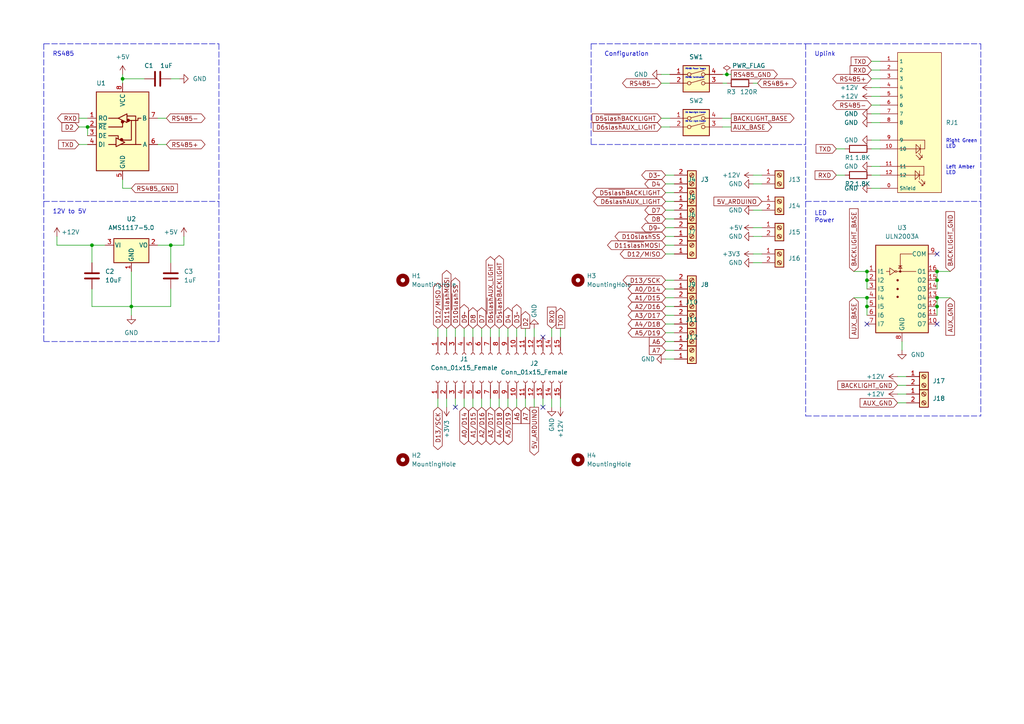
<source format=kicad_sch>
(kicad_sch (version 20211123) (generator eeschema)
  (paper "A4")
  (title_block (title "Nano Shield") (date "2022-09-07") (rev "1") (company "Maciej Swic"))
  (lib_symbols
    (symbol "A10:MAX487"
      (property "Reference" "U" (at -7.62 12.7 0))
      (symbol "MAX487_0_1"
        (rectangle (start -7.62 11.43) (end 7.62 -11.43) (stroke (width 0.254)) (fill (type background)))
        (circle (center -0.3048 -2.413) (radius 0.3556) (stroke (width 0.254)) (fill (type outline)))
        (circle (center -0.0254 2.7686) (radius 0.3556) (stroke (width 0.254)) (fill (type outline)))
        (polyline (pts (xy -4.064 -3.81) (xy -1.905 -3.81)) (stroke (width 0.254)))
        (polyline (pts (xy -4.064 3.81) (xy -1.27 3.81)) (stroke (width 0.254)))
        (polyline (pts (xy -1.27 -1.9304) (xy -1.27 -2.1844)) (stroke (width 0.254)))
        (polyline (pts (xy -0.635 -3.81) (xy 5.334 -3.81)) (stroke (width 0.254)))
        (polyline (pts (xy -4.064 -1.27) (xy -1.27 -1.27) (xy -1.27 -1.905)) (stroke (width 0.254)))
        (polyline (pts (xy 0 2.54) (xy 0 1.27) (xy -4.064 1.27)) (stroke (width 0.254)))
        (polyline (pts (xy 1.27 4.445) (xy 3.81 4.445) (xy 3.81 -3.81)) (stroke (width 0.254)))
        (polyline (pts (xy 2.54 3.175) (xy 2.54 -2.54) (xy 0 -2.54)) (stroke (width 0.254)))
        (polyline (pts (xy -1.905 -1.905) (xy -1.905 -4.445) (xy 0.635 -3.175) (xy -1.905 -1.905)) (stroke (width 0.254)))
        (polyline (pts (xy -1.27 3.81) (xy 1.27 5.08) (xy 1.27 2.54) (xy -1.27 3.81)) (stroke (width 0.254)))
        (polyline (pts (xy 1.905 3.175) (xy 4.445 3.175) (xy 4.445 3.81) (xy 5.334 3.81)) (stroke (width 0.254)))
        (rectangle (start 1.27 4.445) (end 1.27 4.445))
        (circle (center 1.651 3.175) (radius 0.3556) (stroke (width 0.254)) (fill (type outline)))
      )
      (symbol "MAX487_1_1"
        (pin output line (at -10.16 3.81 0) (length 2.54) (name "RO") (number "1"))
        (pin input line (at -10.16 1.27 0) (length 2.54) (name "~{RE}") (number "2"))
        (pin input line (at -10.16 -1.27 0) (length 2.54) (name "DE") (number "3"))
        (pin input line (at -10.16 -3.81 0) (length 2.54) (name "DI") (number "4"))
        (pin power_in line (at 0 -13.97 90) (length 2.54) (name "GND") (number "5"))
        (pin bidirectional line (at 10.16 -3.81 180) (length 2.54) (name "A") (number "6"))
        (pin bidirectional line (at 10.16 3.81 180) (length 2.54) (name "B") (number "7"))
        (pin power_in line (at 0 13.97 270) (length 2.54) (name "VCC") (number "8"))
      )
    )
    (symbol "A10:RJ45-B-1*1"
      (property "Reference" "RJ1" (at 7.62 0.0001 0))
      (symbol "RJ45-B-1*1_1_0"
        (rectangle (start -6.35 20.32) (end 6.35 -20.32) (fill (type background)))
        (polyline (pts (xy -6.35 -15.24) (xy -5.08 -15.24)))
        (polyline (pts (xy -6.35 -12.7) (xy -5.08 -12.7)))
        (polyline (pts (xy -6.096 -7.62) (xy -4.826 -7.62)))
        (polyline (pts (xy -6.096 -5.08) (xy -4.826 -5.08)))
        (polyline (pts (xy -5.08 -15.24) (xy 1.27 -15.24)))
        (polyline (pts (xy -4.826 -7.62) (xy 1.524 -7.62)))
        (polyline (pts (xy -1.27 -16.51) (xy 0 -15.24)))
        (polyline (pts (xy -1.27 -13.97) (xy -1.27 -16.51)))
        (polyline (pts (xy -1.016 -9.398) (xy 0.254 -10.668)))
        (polyline (pts (xy -1.016 -8.89) (xy 0.254 -7.62)))
        (polyline (pts (xy -1.016 -6.35) (xy -1.016 -8.89)))
        (polyline (pts (xy -0.254 -17.018) (xy 1.016 -18.288)))
        (polyline (pts (xy -0.254 -8.89) (xy 0.762 -10.16)))
        (polyline (pts (xy 0 -15.24) (xy -1.27 -13.97)))
        (polyline (pts (xy 0 -13.97) (xy 0 -16.51)))
        (polyline (pts (xy 0.254 -10.668) (xy -0.254 -10.668)))
        (polyline (pts (xy 0.254 -10.668) (xy 0.254 -10.16)))
        (polyline (pts (xy 0.254 -7.62) (xy -1.016 -6.35)))
        (polyline (pts (xy 0.254 -6.35) (xy 0.254 -8.89)))
        (polyline (pts (xy 0.508 -16.51) (xy 1.524 -17.78)))
        (polyline (pts (xy 0.762 -10.16) (xy 0.254 -10.16)))
        (polyline (pts (xy 0.762 -10.16) (xy 0.762 -9.398)))
        (polyline (pts (xy 1.016 -18.288) (xy 0.508 -18.288)))
        (polyline (pts (xy 1.016 -18.288) (xy 1.016 -17.78)))
        (polyline (pts (xy 1.27 -15.24) (xy 1.27 -12.7)))
        (polyline (pts (xy 1.27 -12.7) (xy -5.08 -12.7)))
        (polyline (pts (xy 1.524 -17.78) (xy 1.016 -17.78)))
        (polyline (pts (xy 1.524 -17.78) (xy 1.524 -17.018)))
        (polyline (pts (xy 1.524 -7.62) (xy 1.524 -5.08)))
        (polyline (pts (xy 1.524 -5.08) (xy -4.826 -5.08)))
        (pin passive line (at -11.43 -19.05 0) (length 5.08) (name "Shield") (number "0"))
        (pin output line (at -11.43 17.78 0) (length 5.08) (name "1") (number "1"))
        (pin input line (at -11.43 -7.62 0) (length 5.08) (name "10") (number "10"))
        (pin power_in line (at -11.43 -12.7 0) (length 5.08) (name "11") (number "11"))
        (pin input line (at -11.43 -15.24 0) (length 5.08) (name "12") (number "12"))
        (pin output line (at -11.43 15.24 0) (length 5.08) (name "2") (number "2"))
        (pin bidirectional line (at -11.43 12.7 0) (length 5.08) (name "3") (number "3"))
        (pin passive line (at -11.43 10.16 0) (length 5.08) (name "4") (number "4"))
        (pin passive line (at -11.43 7.62 0) (length 5.08) (name "5") (number "5"))
        (pin bidirectional line (at -11.43 5.08 0) (length 5.08) (name "6") (number "6"))
        (pin passive line (at -11.43 2.54 0) (length 5.08) (name "7") (number "7"))
        (pin passive line (at -11.43 0 0) (length 5.08) (name "8") (number "8"))
        (pin power_in line (at -11.43 -5.08 0) (length 5.08) (name "9") (number "9"))
      )
    )
    (symbol "Connector:Conn_01x15_Female" (pin_names (offset 1.016) hide)
      (property "Reference" "J" (at 0 20.32 0))
      (property "Value" "Conn_01x15_Female" (at 0 -20.32 0))
      (symbol "Conn_01x15_Female_1_1"
        (arc (start 0 -17.272) (mid -0.508 -17.78) (end 0 -18.288) (stroke (width 0.1524)))
        (arc (start 0 -14.732) (mid -0.508 -15.24) (end 0 -15.748) (stroke (width 0.1524)))
        (arc (start 0 -12.192) (mid -0.508 -12.7) (end 0 -13.208) (stroke (width 0.1524)))
        (arc (start 0 -9.652) (mid -0.508 -10.16) (end 0 -10.668) (stroke (width 0.1524)))
        (arc (start 0 -7.112) (mid -0.508 -7.62) (end 0 -8.128) (stroke (width 0.1524)))
        (arc (start 0 -4.572) (mid -0.508 -5.08) (end 0 -5.588) (stroke (width 0.1524)))
        (arc (start 0 -2.032) (mid -0.508 -2.54) (end 0 -3.048) (stroke (width 0.1524)))
        (polyline (pts (xy -1.27 -17.78) (xy -0.508 -17.78)) (stroke (width 0.1524)))
        (polyline (pts (xy -1.27 -15.24) (xy -0.508 -15.24)) (stroke (width 0.1524)))
        (polyline (pts (xy -1.27 -12.7) (xy -0.508 -12.7)) (stroke (width 0.1524)))
        (polyline (pts (xy -1.27 -10.16) (xy -0.508 -10.16)) (stroke (width 0.1524)))
        (polyline (pts (xy -1.27 -7.62) (xy -0.508 -7.62)) (stroke (width 0.1524)))
        (polyline (pts (xy -1.27 -5.08) (xy -0.508 -5.08)) (stroke (width 0.1524)))
        (polyline (pts (xy -1.27 -2.54) (xy -0.508 -2.54)) (stroke (width 0.1524)))
        (polyline (pts (xy -1.27 0) (xy -0.508 0)) (stroke (width 0.1524)))
        (polyline (pts (xy -1.27 2.54) (xy -0.508 2.54)) (stroke (width 0.1524)))
        (polyline (pts (xy -1.27 5.08) (xy -0.508 5.08)) (stroke (width 0.1524)))
        (polyline (pts (xy -1.27 7.62) (xy -0.508 7.62)) (stroke (width 0.1524)))
        (polyline (pts (xy -1.27 10.16) (xy -0.508 10.16)) (stroke (width 0.1524)))
        (polyline (pts (xy -1.27 12.7) (xy -0.508 12.7)) (stroke (width 0.1524)))
        (polyline (pts (xy -1.27 15.24) (xy -0.508 15.24)) (stroke (width 0.1524)))
        (polyline (pts (xy -1.27 17.78) (xy -0.508 17.78)) (stroke (width 0.1524)))
        (arc (start 0 0.508) (mid -0.508 0) (end 0 -0.508) (stroke (width 0.1524)))
        (arc (start 0 3.048) (mid -0.508 2.54) (end 0 2.032) (stroke (width 0.1524)))
        (arc (start 0 5.588) (mid -0.508 5.08) (end 0 4.572) (stroke (width 0.1524)))
        (arc (start 0 8.128) (mid -0.508 7.62) (end 0 7.112) (stroke (width 0.1524)))
        (arc (start 0 10.668) (mid -0.508 10.16) (end 0 9.652) (stroke (width 0.1524)))
        (arc (start 0 13.208) (mid -0.508 12.7) (end 0 12.192) (stroke (width 0.1524)))
        (arc (start 0 15.748) (mid -0.508 15.24) (end 0 14.732) (stroke (width 0.1524)))
        (arc (start 0 18.288) (mid -0.508 17.78) (end 0 17.272) (stroke (width 0.1524)))
        (pin passive line (at -5.08 17.78 0) (length 3.81) (name "Pin_1") (number "1"))
        (pin passive line (at -5.08 -5.08 0) (length 3.81) (name "Pin_10") (number "10"))
        (pin passive line (at -5.08 -7.62 0) (length 3.81) (name "Pin_11") (number "11"))
        (pin passive line (at -5.08 -10.16 0) (length 3.81) (name "Pin_12") (number "12"))
        (pin passive line (at -5.08 -12.7 0) (length 3.81) (name "Pin_13") (number "13"))
        (pin passive line (at -5.08 -15.24 0) (length 3.81) (name "Pin_14") (number "14"))
        (pin passive line (at -5.08 -17.78 0) (length 3.81) (name "Pin_15") (number "15"))
        (pin passive line (at -5.08 15.24 0) (length 3.81) (name "Pin_2") (number "2"))
        (pin passive line (at -5.08 12.7 0) (length 3.81) (name "Pin_3") (number "3"))
        (pin passive line (at -5.08 10.16 0) (length 3.81) (name "Pin_4") (number "4"))
        (pin passive line (at -5.08 7.62 0) (length 3.81) (name "Pin_5") (number "5"))
        (pin passive line (at -5.08 5.08 0) (length 3.81) (name "Pin_6") (number "6"))
        (pin passive line (at -5.08 2.54 0) (length 3.81) (name "Pin_7") (number "7"))
        (pin passive line (at -5.08 0 0) (length 3.81) (name "Pin_8") (number "8"))
        (pin passive line (at -5.08 -2.54 0) (length 3.81) (name "Pin_9") (number "9"))
      )
    )
    (symbol "Connector:Screw_Terminal_01x02" (pin_names (offset 1.016) hide)
      (property "Reference" "J" (at 0 2.54 0))
      (property "Value" "Screw_Terminal_01x02" (at 0 -5.08 0))
      (symbol "Screw_Terminal_01x02_1_1"
        (rectangle (start -1.27 1.27) (end 1.27 -3.81) (stroke (width 0.254)) (fill (type background)))
        (circle (center 0 -2.54) (radius 0.635) (stroke (width 0.1524)))
        (polyline (pts (xy -0.5334 -2.2098) (xy 0.3302 -3.048)) (stroke (width 0.1524)))
        (polyline (pts (xy -0.5334 0.3302) (xy 0.3302 -0.508)) (stroke (width 0.1524)))
        (polyline (pts (xy -0.3556 -2.032) (xy 0.508 -2.8702)) (stroke (width 0.1524)))
        (polyline (pts (xy -0.3556 0.508) (xy 0.508 -0.3302)) (stroke (width 0.1524)))
        (circle (center 0 0) (radius 0.635) (stroke (width 0.1524)))
        (pin passive line (at -5.08 0 0) (length 3.81) (name "Pin_1") (number "1"))
        (pin passive line (at -5.08 -2.54 0) (length 3.81) (name "Pin_2") (number "2"))
      )
    )
    (symbol "Device:C" (pin_numbers hide) (pin_names (offset 0.254))
      (property "Reference" "C" (at 0.635 2.54 0))
      (property "Value" "C" (at 0.635 -2.54 0))
      (symbol "C_0_1"
        (polyline (pts (xy -2.032 -0.762) (xy 2.032 -0.762)) (stroke (width 0.508)))
        (polyline (pts (xy -2.032 0.762) (xy 2.032 0.762)) (stroke (width 0.508)))
      )
      (symbol "C_1_1"
        (pin passive line (at 0 3.81 270) (length 2.794) (name "~") (number "1"))
        (pin passive line (at 0 -3.81 90) (length 2.794) (name "~") (number "2"))
      )
    )
    (symbol "Device:R" (pin_numbers hide) (pin_names (offset 0))
      (property "Reference" "R" (at 2.032 0 90))
      (property "Value" "R" (at 0 0 90))
      (symbol "R_0_1"
        (rectangle (start -1.016 -2.54) (end 1.016 2.54) (stroke (width 0.254)))
      )
      (symbol "R_1_1"
        (pin passive line (at 0 3.81 270) (length 1.27) (name "~") (number "1"))
        (pin passive line (at 0 -3.81 90) (length 1.27) (name "~") (number "2"))
      )
    )
    (symbol "Mechanical:MountingHole" (pin_names (offset 1.016))
      (property "Reference" "H" (at 0 5.08 0))
      (property "Value" "MountingHole" (at 0 3.175 0))
      (symbol "MountingHole_0_1"
        (circle (center 0 0) (radius 1.27) (stroke (width 1.27)))
      )
    )
    (symbol "Regulator_Linear:AMS1117-5.0" (pin_names (offset 0.254))
      (property "Reference" "U" (at -3.81 3.175 0))
      (property "Value" "AMS1117-5.0" (at 0 3.175 0))
      (symbol "AMS1117-5.0_0_1"
        (rectangle (start -5.08 -5.08) (end 5.08 1.905) (stroke (width 0.254)) (fill (type background)))
      )
      (symbol "AMS1117-5.0_1_1"
        (pin power_in line (at 0 -7.62 90) (length 2.54) (name "GND") (number "1"))
        (pin power_out line (at 7.62 0 180) (length 2.54) (name "VO") (number "2"))
        (pin power_in line (at -7.62 0 0) (length 2.54) (name "VI") (number "3"))
      )
    )
    (symbol "Switch:SW_DIP_x02" (pin_names (offset 0) hide)
      (property "Reference" "SW" (at 0 6.35 0))
      (property "Value" "SW_DIP_x02" (at 0 -3.81 0))
      (symbol "SW_DIP_x02_0_0"
        (circle (center -2.032 0) (radius 0.508))
        (circle (center -2.032 2.54) (radius 0.508))
        (polyline (pts (xy -1.524 0.127) (xy 2.3622 1.1684)))
        (polyline (pts (xy -1.524 2.667) (xy 2.3622 3.7084)))
        (circle (center 2.032 0) (radius 0.508))
        (circle (center 2.032 2.54) (radius 0.508))
      )
      (symbol "SW_DIP_x02_0_1"
        (rectangle (start -3.81 5.08) (end 3.81 -2.54) (stroke (width 0.254)) (fill (type background)))
      )
      (symbol "SW_DIP_x02_1_1"
        (pin passive line (at -7.62 2.54 0) (length 5.08) (name "~") (number "1"))
        (pin passive line (at -7.62 0 0) (length 5.08) (name "~") (number "2"))
        (pin passive line (at 7.62 0 180) (length 5.08) (name "~") (number "3"))
        (pin passive line (at 7.62 2.54 180) (length 5.08) (name "~") (number "4"))
      )
    )
    (symbol "Transistor_Array:ULN2003A"
      (property "Reference" "U" (at 0 15.875 0))
      (property "Value" "ULN2003A" (at 0 13.97 0))
      (symbol "ULN2003A_0_1"
        (rectangle (start -7.62 -12.7) (end 7.62 12.7) (stroke (width 0.254)) (fill (type background)))
        (circle (center -1.778 5.08) (radius 0.254))
        (circle (center -1.27 -2.286) (radius 0.254) (fill (type outline)))
        (circle (center -1.27 0) (radius 0.254) (fill (type outline)))
        (circle (center -1.27 2.54) (radius 0.254) (fill (type outline)))
        (circle (center -0.508 5.08) (radius 0.254) (fill (type outline)))
        (polyline (pts (xy -4.572 5.08) (xy -3.556 5.08)))
        (polyline (pts (xy -1.524 5.08) (xy 4.064 5.08)))
        (polyline (pts (xy 0 6.731) (xy -1.016 6.731)))
        (polyline (pts (xy -0.508 5.08) (xy -0.508 10.16) (xy 2.921 10.16)))
        (polyline (pts (xy -3.556 6.096) (xy -3.556 4.064) (xy -2.032 5.08) (xy -3.556 6.096)))
        (polyline (pts (xy 0 5.969) (xy -1.016 5.969) (xy -0.508 6.731) (xy 0 5.969)))
      )
      (symbol "ULN2003A_1_1"
        (pin input line (at -10.16 5.08 0) (length 2.54) (name "I1") (number "1"))
        (pin open_collector line (at 10.16 -10.16 180) (length 2.54) (name "O7") (number "10"))
        (pin open_collector line (at 10.16 -7.62 180) (length 2.54) (name "O6") (number "11"))
        (pin open_collector line (at 10.16 -5.08 180) (length 2.54) (name "O5") (number "12"))
        (pin open_collector line (at 10.16 -2.54 180) (length 2.54) (name "O4") (number "13"))
        (pin open_collector line (at 10.16 0 180) (length 2.54) (name "O3") (number "14"))
        (pin open_collector line (at 10.16 2.54 180) (length 2.54) (name "O2") (number "15"))
        (pin open_collector line (at 10.16 5.08 180) (length 2.54) (name "O1") (number "16"))
        (pin input line (at -10.16 2.54 0) (length 2.54) (name "I2") (number "2"))
        (pin input line (at -10.16 0 0) (length 2.54) (name "I3") (number "3"))
        (pin input line (at -10.16 -2.54 0) (length 2.54) (name "I4") (number "4"))
        (pin input line (at -10.16 -5.08 0) (length 2.54) (name "I5") (number "5"))
        (pin input line (at -10.16 -7.62 0) (length 2.54) (name "I6") (number "6"))
        (pin input line (at -10.16 -10.16 0) (length 2.54) (name "I7") (number "7"))
        (pin power_in line (at 0 -15.24 90) (length 2.54) (name "GND") (number "8"))
        (pin passive line (at 10.16 10.16 180) (length 2.54) (name "COM") (number "9"))
      )
    )
    (symbol "power:+12V" (power) (pin_names (offset 0))
      (property "Value" "+12V" (at 0 3.556 0))
      (symbol "+12V_0_1"
        (polyline (pts (xy -0.762 1.27) (xy 0 2.54)))
        (polyline (pts (xy 0 0) (xy 0 2.54)))
        (polyline (pts (xy 0 2.54) (xy 0.762 1.27)))
      )
      (symbol "+12V_1_1"
        (pin power_in line (at 0 0 90) (length 0) hide (name "+12V") (number "1"))
      )
    )
    (symbol "power:+3V3" (power) (pin_names (offset 0))
      (property "Value" "+3V3" (at 0 3.556 0))
      (symbol "+3V3_0_1"
        (polyline (pts (xy -0.762 1.27) (xy 0 2.54)))
        (polyline (pts (xy 0 0) (xy 0 2.54)))
        (polyline (pts (xy 0 2.54) (xy 0.762 1.27)))
      )
      (symbol "+3V3_1_1"
        (pin power_in line (at 0 0 90) (length 0) hide (name "+3V3") (number "1"))
      )
    )
    (symbol "power:+5V" (power) (pin_names (offset 0))
      (property "Value" "+5V" (at 0 3.556 0))
      (symbol "+5V_0_1"
        (polyline (pts (xy -0.762 1.27) (xy 0 2.54)))
        (polyline (pts (xy 0 0) (xy 0 2.54)))
        (polyline (pts (xy 0 2.54) (xy 0.762 1.27)))
      )
      (symbol "+5V_1_1"
        (pin power_in line (at 0 0 90) (length 0) hide (name "+5V") (number "1"))
      )
    )
    (symbol "power:GND" (power) (pin_names (offset 0))
      (property "Value" "GND" (at 0 -3.81 0))
      (symbol "GND_0_1"
        (polyline (pts (xy 0 0) (xy 0 -1.27) (xy 1.27 -1.27) (xy 0 -2.54) (xy -1.27 -1.27) (xy 0 -1.27)))
      )
      (symbol "GND_1_1"
        (pin power_in line (at 0 0 270) (length 0) hide (name "GND") (number "1"))
      )
    )
    (symbol "power:PWR_FLAG" (power) (pin_numbers hide) (pin_names (offset 0) hide)
      (property "Value" "PWR_FLAG" (at 0 3.81 0))
      (symbol "PWR_FLAG_0_0"
        (pin power_out line (at 0 0 90) (length 0) (name "pwr") (number "1"))
      )
      (symbol "PWR_FLAG_0_1"
        (polyline (pts (xy 0 0) (xy 0 1.27) (xy -1.016 1.905) (xy 0 2.54) (xy 1.016 1.905) (xy 0 1.27)))
      )
    )
  )
  (junction (at 251.46 86.36))
  (junction (at 35.56 22.86))
  (junction (at 271.78 88.9))
  (junction (at 271.78 81.28))
  (junction (at 210.82 21.59))
  (junction (at 26.67 71.12))
  (junction (at 251.46 81.28))
  (junction (at 271.78 86.36))
  (junction (at 251.46 88.9))
  (junction (at 25.4 36.83))
  (junction (at 251.46 78.74))
  (junction (at 38.1 88.9))
  (junction (at 271.78 78.74))
  (junction (at 49.53 71.12))
  (no_connect (at 271.78 93.98))
  (no_connect (at 132.08 118.11))
  (no_connect (at 251.46 93.98))
  (no_connect (at 157.48 97.79))
  (no_connect (at 271.78 73.66))
  (no_connect (at 157.48 118.11))
  (polyline (pts (xy 233.68 12.7) (xy 284.48 12.7)))
  (wire (pts (xy 252.73 43.18) (xy 255.27 43.18)))
  (wire (pts (xy 209.55 36.83) (xy 212.09 36.83)))
  (wire (pts (xy 45.72 71.12) (xy 49.53 71.12)))
  (wire (pts (xy 251.46 88.9) (xy 251.46 91.44)))
  (wire (pts (xy 26.67 88.9) (xy 26.67 83.82)))
  (wire (pts (xy 45.72 41.91) (xy 48.26 41.91)))
  (wire (pts (xy 134.62 95.25) (xy 134.62 97.79)))
  (wire (pts (xy 251.46 81.28) (xy 251.46 83.82)))
  (polyline (pts (xy 171.45 12.7) (xy 171.45 41.91)))
  (wire (pts (xy 157.48 118.11) (xy 157.48 115.57)))
  (polyline (pts (xy 12.7 12.7) (xy 12.7 58.42)))
  (wire (pts (xy 210.82 21.59) (xy 212.09 21.59)))
  (wire (pts (xy 252.73 22.86) (xy 255.27 22.86)))
  (wire (pts (xy 193.04 63.5) (xy 195.58 63.5)))
  (wire (pts (xy 193.04 99.06) (xy 195.58 99.06)))
  (wire (pts (xy 49.53 71.12) (xy 49.53 76.2)))
  (wire (pts (xy 218.44 60.96) (xy 220.98 60.96)))
  (wire (pts (xy 25.4 36.83) (xy 25.4 39.37)))
  (wire (pts (xy 137.16 95.25) (xy 137.16 97.79)))
  (wire (pts (xy 193.04 91.44) (xy 195.58 91.44)))
  (wire (pts (xy 142.24 95.25) (xy 142.24 97.79)))
  (wire (pts (xy 127 118.11) (xy 127 115.57)))
  (wire (pts (xy 160.02 95.25) (xy 160.02 97.79)))
  (wire (pts (xy 139.7 118.11) (xy 139.7 115.57)))
  (wire (pts (xy 193.04 88.9) (xy 195.58 88.9)))
  (wire (pts (xy 193.04 55.88) (xy 195.58 55.88)))
  (wire (pts (xy 152.4 95.25) (xy 152.4 97.79)))
  (wire (pts (xy 53.34 68.58) (xy 53.34 71.12)))
  (wire (pts (xy 247.65 86.36) (xy 251.46 86.36)))
  (wire (pts (xy 260.35 111.76) (xy 262.89 111.76)))
  (polyline (pts (xy 233.68 12.7) (xy 233.68 58.42)))
  (wire (pts (xy 35.56 52.07) (xy 35.56 54.61)))
  (wire (pts (xy 35.56 22.86) (xy 41.91 22.86)))
  (wire (pts (xy 22.86 41.91) (xy 25.4 41.91)))
  (wire (pts (xy 193.04 71.12) (xy 195.58 71.12)))
  (polyline (pts (xy 12.7 12.7) (xy 63.5 12.7)))
  (wire (pts (xy 218.44 73.66) (xy 220.98 73.66)))
  (wire (pts (xy 260.35 109.22) (xy 262.89 109.22)))
  (wire (pts (xy 275.59 86.36) (xy 271.78 86.36)))
  (wire (pts (xy 261.62 99.06) (xy 261.62 101.6)))
  (wire (pts (xy 218.44 66.04) (xy 220.98 66.04)))
  (polyline (pts (xy 171.45 41.91) (xy 233.68 41.91)))
  (wire (pts (xy 154.94 118.11) (xy 154.94 115.57)))
  (wire (pts (xy 149.86 118.11) (xy 149.86 115.57)))
  (polyline (pts (xy 233.68 58.42) (xy 233.68 120.65)))
  (wire (pts (xy 16.51 68.58) (xy 16.51 71.12)))
  (wire (pts (xy 26.67 71.12) (xy 30.48 71.12)))
  (wire (pts (xy 252.73 27.94) (xy 255.27 27.94)))
  (wire (pts (xy 193.04 86.36) (xy 195.58 86.36)))
  (wire (pts (xy 193.04 58.42) (xy 195.58 58.42)))
  (wire (pts (xy 49.53 71.12) (xy 53.34 71.12)))
  (polyline (pts (xy 63.5 58.42) (xy 63.5 99.06)))
  (wire (pts (xy 218.44 53.34) (xy 220.98 53.34)))
  (wire (pts (xy 193.04 101.6) (xy 195.58 101.6)))
  (wire (pts (xy 38.1 88.9) (xy 38.1 91.44)))
  (wire (pts (xy 134.62 118.11) (xy 134.62 115.57)))
  (wire (pts (xy 139.7 95.25) (xy 139.7 97.79)))
  (wire (pts (xy 252.73 54.61) (xy 255.27 54.61)))
  (wire (pts (xy 193.04 53.34) (xy 195.58 53.34)))
  (wire (pts (xy 22.86 34.29) (xy 25.4 34.29)))
  (wire (pts (xy 252.73 40.64) (xy 255.27 40.64)))
  (wire (pts (xy 191.77 36.83) (xy 194.31 36.83)))
  (wire (pts (xy 149.86 95.25) (xy 149.86 97.79)))
  (wire (pts (xy 193.04 66.04) (xy 195.58 66.04)))
  (wire (pts (xy 162.56 118.11) (xy 162.56 115.57)))
  (wire (pts (xy 193.04 50.8) (xy 195.58 50.8)))
  (wire (pts (xy 49.53 88.9) (xy 49.53 83.82)))
  (wire (pts (xy 271.78 88.9) (xy 271.78 91.44)))
  (wire (pts (xy 127 95.25) (xy 127 97.79)))
  (wire (pts (xy 218.44 76.2) (xy 220.98 76.2)))
  (wire (pts (xy 152.4 118.11) (xy 152.4 115.57)))
  (wire (pts (xy 271.78 86.36) (xy 271.78 88.9)))
  (wire (pts (xy 271.78 78.74) (xy 271.78 81.28)))
  (polyline (pts (xy 12.7 58.42) (xy 12.7 99.06)))
  (wire (pts (xy 45.72 34.29) (xy 48.26 34.29)))
  (wire (pts (xy 49.53 22.86) (xy 52.07 22.86)))
  (wire (pts (xy 193.04 104.14) (xy 195.58 104.14)))
  (wire (pts (xy 275.59 78.74) (xy 271.78 78.74)))
  (wire (pts (xy 129.54 95.25) (xy 129.54 97.79)))
  (wire (pts (xy 142.24 118.11) (xy 142.24 115.57)))
  (wire (pts (xy 35.56 22.86) (xy 35.56 24.13)))
  (wire (pts (xy 193.04 68.58) (xy 195.58 68.58)))
  (wire (pts (xy 191.77 34.29) (xy 194.31 34.29)))
  (polyline (pts (xy 12.7 99.06) (xy 63.5 99.06)))
  (wire (pts (xy 193.04 60.96) (xy 195.58 60.96)))
  (wire (pts (xy 137.16 118.11) (xy 137.16 115.57)))
  (polyline (pts (xy 63.5 12.7) (xy 63.5 58.42)))
  (wire (pts (xy 242.57 43.18) (xy 245.11 43.18)))
  (wire (pts (xy 252.73 20.32) (xy 255.27 20.32)))
  (wire (pts (xy 252.73 30.48) (xy 255.27 30.48)))
  (wire (pts (xy 193.04 83.82) (xy 195.58 83.82)))
  (wire (pts (xy 144.78 95.25) (xy 144.78 97.79)))
  (wire (pts (xy 193.04 81.28) (xy 195.58 81.28)))
  (wire (pts (xy 38.1 78.74) (xy 38.1 88.9)))
  (wire (pts (xy 26.67 88.9) (xy 38.1 88.9)))
  (wire (pts (xy 252.73 17.78) (xy 255.27 17.78)))
  (wire (pts (xy 22.86 36.83) (xy 25.4 36.83)))
  (wire (pts (xy 251.46 78.74) (xy 251.46 81.28)))
  (wire (pts (xy 242.57 50.8) (xy 245.11 50.8)))
  (wire (pts (xy 147.32 95.25) (xy 147.32 97.79)))
  (wire (pts (xy 209.55 34.29) (xy 212.09 34.29)))
  (wire (pts (xy 247.65 78.74) (xy 251.46 78.74)))
  (wire (pts (xy 260.35 114.3) (xy 262.89 114.3)))
  (wire (pts (xy 193.04 73.66) (xy 195.58 73.66)))
  (wire (pts (xy 252.73 35.56) (xy 255.27 35.56)))
  (wire (pts (xy 154.94 95.25) (xy 154.94 97.79)))
  (polyline (pts (xy 233.68 120.65) (xy 284.48 120.65)))
  (wire (pts (xy 209.55 24.13) (xy 210.82 24.13)))
  (wire (pts (xy 129.54 118.11) (xy 129.54 115.57)))
  (wire (pts (xy 252.73 33.02) (xy 255.27 33.02)))
  (wire (pts (xy 35.56 54.61) (xy 38.1 54.61)))
  (wire (pts (xy 132.08 95.25) (xy 132.08 97.79)))
  (wire (pts (xy 147.32 118.11) (xy 147.32 115.57)))
  (polyline (pts (xy 171.45 12.7) (xy 233.68 12.7)))
  (wire (pts (xy 252.73 25.4) (xy 255.27 25.4)))
  (wire (pts (xy 162.56 95.25) (xy 162.56 97.79)))
  (polyline (pts (xy 284.48 58.42) (xy 284.48 120.65)))
  (polyline (pts (xy 233.68 58.42) (xy 284.48 58.42)))
  (wire (pts (xy 251.46 86.36) (xy 251.46 88.9)))
  (wire (pts (xy 219.71 24.13) (xy 218.44 24.13)))
  (wire (pts (xy 38.1 88.9) (xy 49.53 88.9)))
  (wire (pts (xy 144.78 118.11) (xy 144.78 115.57)))
  (wire (pts (xy 218.44 68.58) (xy 220.98 68.58)))
  (wire (pts (xy 132.08 118.11) (xy 132.08 115.57)))
  (wire (pts (xy 191.77 21.59) (xy 194.31 21.59)))
  (wire (pts (xy 160.02 118.11) (xy 160.02 115.57)))
  (wire (pts (xy 252.73 48.26) (xy 255.27 48.26)))
  (wire (pts (xy 209.55 21.59) (xy 210.82 21.59)))
  (wire (pts (xy 271.78 81.28) (xy 271.78 83.82)))
  (wire (pts (xy 16.51 71.12) (xy 26.67 71.12)))
  (wire (pts (xy 260.35 116.84) (xy 262.89 116.84)))
  (polyline (pts (xy 12.7 58.42) (xy 63.5 58.42)))
  (wire (pts (xy 193.04 96.52) (xy 195.58 96.52)))
  (wire (pts (xy 26.67 71.12) (xy 26.67 76.2)))
  (polyline (pts (xy 284.48 12.7) (xy 284.48 58.42)))
  (wire (pts (xy 193.04 93.98) (xy 195.58 93.98)))
  (wire (pts (xy 35.56 21.59) (xy 35.56 22.86)))
  (wire (pts (xy 191.77 24.13) (xy 194.31 24.13)))
  (wire (pts (xy 218.44 50.8) (xy 220.98 50.8)))
  (wire (pts (xy 252.73 50.8) (xy 255.27 50.8)))
  (text "D5 Backlight Enable" (at 198.755 33.02 0) (effects (font (size 0.381 0.381)) (justify left bottom)))
  (text "LED\nPower" (at 236.22 64.77 0) (effects (font (size 1.27 1.27)) (justify left bottom)))
  (text "Right Green\nLED" (at 274.32 43.18 0) (effects (font (size 1.016 1.016)) (justify left bottom)))
  (text "RS485 Power Toggle" (at 198.755 20.32 0) (effects (font (size 0.381 0.381)) (justify left bottom)))
  (text "Uplink" (at 236.22 16.51 0) (effects (font (size 1.27 1.27)) (justify left bottom)))
  (text "12V to 5V" (at 15.24 62.23 0) (effects (font (size 1.27 1.27)) (justify left bottom)))
  (text "D6 Aux Light Enable" (at 198.755 35.56 0) (effects (font (size 0.381 0.381)) (justify left bottom)))
  (text "Left Amber\nLED" (at 274.32 50.8 0) (effects (font (size 1.016 1.016)) (justify left bottom)))
  (text "RS485 Termination" (at 198.755 22.86 0) (effects (font (size 0.381 0.381)) (justify left bottom)))
  (text "Configuration" (at 175.26 16.51 0) (effects (font (size 1.27 1.27)) (justify left bottom)))
  (text "RS485" (at 15.24 16.51 0) (effects (font (size 1.27 1.27)) (justify left bottom)))
  (global_label "BACKLIGHT_GND" (shape input) (at 260.35 111.76 180) (property "Intersheet References" "${INTERSHEET_REFS}" (effects hide)))
  (global_label "D8" (shape bidirectional) (at 193.04 63.5 180) (property "Intersheet References" "${INTERSHEET_REFS}" (effects hide)))
  (global_label "D12{slash}MISO" (shape bidirectional) (at 193.04 73.66 180) (property "Intersheet References" "${INTERSHEET_REFS}" (effects hide)))
  (global_label "A5{slash}D19" (shape bidirectional) (at 193.04 96.52 180) (property "Intersheet References" "${INTERSHEET_REFS}" (effects hide)))
  (global_label "A5{slash}D19" (shape bidirectional) (at 147.32 118.11 270) (property "Intersheet References" "${INTERSHEET_REFS}" (effects hide)))
  (global_label "AUX_BASE" (shape input) (at 247.65 86.36 270) (property "Intersheet References" "${INTERSHEET_REFS}" (effects hide)))
  (global_label "RS485+" (shape bidirectional) (at 48.26 41.91 0) (property "Intersheet References" "${INTERSHEET_REFS}" (effects hide)))
  (global_label "D11~{slash}MOSI" (shape bidirectional) (at 193.04 71.12 180) (property "Intersheet References" "${INTERSHEET_REFS}" (effects hide)))
  (global_label "D4" (shape bidirectional) (at 193.04 53.34 180) (property "Intersheet References" "${INTERSHEET_REFS}" (effects hide)))
  (global_label "A3{slash}D17" (shape bidirectional) (at 142.24 118.11 270) (property "Intersheet References" "${INTERSHEET_REFS}" (effects hide)))
  (global_label "5V_ARDUINO" (shape output) (at 154.94 118.11 270) (property "Intersheet References" "${INTERSHEET_REFS}" (effects hide)))
  (global_label "RS485_GND" (shape output) (at 212.09 21.59 0) (property "Intersheet References" "${INTERSHEET_REFS}" (effects hide)))
  (global_label "D10~{slash}SS" (shape bidirectional) (at 193.04 68.58 180) (property "Intersheet References" "${INTERSHEET_REFS}" (effects hide)))
  (global_label "BACKLIGHT_GND" (shape input) (at 275.59 78.74 90) (property "Intersheet References" "${INTERSHEET_REFS}" (effects hide)))
  (global_label "D9~" (shape bidirectional) (at 193.04 66.04 180) (property "Intersheet References" "${INTERSHEET_REFS}" (effects hide)))
  (global_label "D10~{slash}SS" (shape bidirectional) (at 132.08 95.25 90) (property "Intersheet References" "${INTERSHEET_REFS}" (effects hide)))
  (global_label "5V_ARDUINO" (shape input) (at 220.98 58.42 180) (property "Intersheet References" "${INTERSHEET_REFS}" (effects hide)))
  (global_label "D3~" (shape bidirectional) (at 193.04 50.8 180) (property "Intersheet References" "${INTERSHEET_REFS}" (effects hide)))
  (global_label "TXD" (shape input) (at 252.73 17.78 180) (property "Intersheet References" "${INTERSHEET_REFS}" (effects hide)))
  (global_label "A0{slash}D14" (shape bidirectional) (at 134.62 118.11 270) (property "Intersheet References" "${INTERSHEET_REFS}" (effects hide)))
  (global_label "A6" (shape input) (at 193.04 99.06 180) (property "Intersheet References" "${INTERSHEET_REFS}" (effects hide)))
  (global_label "D5~{slash}BACKLIGHT" (shape bidirectional) (at 193.04 55.88 180) (property "Intersheet References" "${INTERSHEET_REFS}" (effects hide)))
  (global_label "AUX_GND" (shape input) (at 275.59 86.36 270) (property "Intersheet References" "${INTERSHEET_REFS}" (effects hide)))
  (global_label "A2{slash}D16" (shape bidirectional) (at 139.7 118.11 270) (property "Intersheet References" "${INTERSHEET_REFS}" (effects hide)))
  (global_label "RS485+" (shape bidirectional) (at 219.71 24.13 0) (property "Intersheet References" "${INTERSHEET_REFS}" (effects hide)))
  (global_label "A7" (shape input) (at 152.4 118.11 270) (property "Intersheet References" "${INTERSHEET_REFS}" (effects hide)))
  (global_label "D7" (shape bidirectional) (at 193.04 60.96 180) (property "Intersheet References" "${INTERSHEET_REFS}" (effects hide)))
  (global_label "RXD" (shape output) (at 22.86 34.29 180) (property "Intersheet References" "${INTERSHEET_REFS}" (effects hide)))
  (global_label "D9~" (shape bidirectional) (at 134.62 95.25 90) (property "Intersheet References" "${INTERSHEET_REFS}" (effects hide)))
  (global_label "RS485-" (shape bidirectional) (at 191.77 24.13 180) (property "Intersheet References" "${INTERSHEET_REFS}" (effects hide)))
  (global_label "D5~{slash}BACKLIGHT" (shape input) (at 191.77 34.29 180) (property "Intersheet References" "${INTERSHEET_REFS}" (effects hide)))
  (global_label "RS485-" (shape bidirectional) (at 252.73 30.48 180) (property "Intersheet References" "${INTERSHEET_REFS}" (effects hide)))
  (global_label "A3{slash}D17" (shape bidirectional) (at 193.04 91.44 180) (property "Intersheet References" "${INTERSHEET_REFS}" (effects hide)))
  (global_label "AUX_GND" (shape input) (at 260.35 116.84 180) (property "Intersheet References" "${INTERSHEET_REFS}" (effects hide)))
  (global_label "D13{slash}SCK" (shape bidirectional) (at 193.04 81.28 180) (property "Intersheet References" "${INTERSHEET_REFS}" (effects hide)))
  (global_label "D12{slash}MISO" (shape bidirectional) (at 127 95.25 90) (property "Intersheet References" "${INTERSHEET_REFS}" (effects hide)))
  (global_label "A2{slash}D16" (shape bidirectional) (at 193.04 88.9 180) (property "Intersheet References" "${INTERSHEET_REFS}" (effects hide)))
  (global_label "D2" (shape output) (at 152.4 95.25 90) (property "Intersheet References" "${INTERSHEET_REFS}" (effects hide)))
  (global_label "TXD" (shape input) (at 242.57 43.18 180) (property "Intersheet References" "${INTERSHEET_REFS}" (effects hide)))
  (global_label "A1{slash}D15" (shape bidirectional) (at 137.16 118.11 270) (property "Intersheet References" "${INTERSHEET_REFS}" (effects hide)))
  (global_label "D8" (shape bidirectional) (at 137.16 95.25 90) (property "Intersheet References" "${INTERSHEET_REFS}" (effects hide)))
  (global_label "D2" (shape input) (at 22.86 36.83 180) (property "Intersheet References" "${INTERSHEET_REFS}" (effects hide)))
  (global_label "D6~{slash}AUX_LIGHT" (shape bidirectional) (at 193.04 58.42 180) (property "Intersheet References" "${INTERSHEET_REFS}" (effects hide)))
  (global_label "RS485-" (shape bidirectional) (at 48.26 34.29 0) (property "Intersheet References" "${INTERSHEET_REFS}" (effects hide)))
  (global_label "RS485_GND" (shape input) (at 38.1 54.61 0) (property "Intersheet References" "${INTERSHEET_REFS}" (effects hide)))
  (global_label "D7" (shape bidirectional) (at 139.7 95.25 90) (property "Intersheet References" "${INTERSHEET_REFS}" (effects hide)))
  (global_label "RXD" (shape input) (at 242.57 50.8 180) (property "Intersheet References" "${INTERSHEET_REFS}" (effects hide)))
  (global_label "D6~{slash}AUX_LIGHT" (shape input) (at 191.77 36.83 180) (property "Intersheet References" "${INTERSHEET_REFS}" (effects hide)))
  (global_label "BACKLIGHT_BASE" (shape output) (at 212.09 34.29 0) (property "Intersheet References" "${INTERSHEET_REFS}" (effects hide)))
  (global_label "D11~{slash}MOSI" (shape bidirectional) (at 129.54 95.25 90) (property "Intersheet References" "${INTERSHEET_REFS}" (effects hide)))
  (global_label "A7" (shape input) (at 193.04 101.6 180) (property "Intersheet References" "${INTERSHEET_REFS}" (effects hide)))
  (global_label "D13{slash}SCK" (shape bidirectional) (at 127 118.11 270) (property "Intersheet References" "${INTERSHEET_REFS}" (effects hide)))
  (global_label "D6~{slash}AUX_LIGHT" (shape bidirectional) (at 142.24 95.25 90) (property "Intersheet References" "${INTERSHEET_REFS}" (effects hide)))
  (global_label "RXD" (shape input) (at 160.02 95.25 90) (property "Intersheet References" "${INTERSHEET_REFS}" (effects hide)))
  (global_label "RXD" (shape input) (at 252.73 20.32 180) (property "Intersheet References" "${INTERSHEET_REFS}" (effects hide)))
  (global_label "BACKLIGHT_BASE" (shape input) (at 247.65 78.74 90) (property "Intersheet References" "${INTERSHEET_REFS}" (effects hide)))
  (global_label "A4{slash}D18" (shape bidirectional) (at 193.04 93.98 180) (property "Intersheet References" "${INTERSHEET_REFS}" (effects hide)))
  (global_label "A0{slash}D14" (shape bidirectional) (at 193.04 83.82 180) (property "Intersheet References" "${INTERSHEET_REFS}" (effects hide)))
  (global_label "A1{slash}D15" (shape bidirectional) (at 193.04 86.36 180) (property "Intersheet References" "${INTERSHEET_REFS}" (effects hide)))
  (global_label "TXD" (shape input) (at 22.86 41.91 180) (property "Intersheet References" "${INTERSHEET_REFS}" (effects hide)))
  (global_label "D5~{slash}BACKLIGHT" (shape bidirectional) (at 144.78 95.25 90) (property "Intersheet References" "${INTERSHEET_REFS}" (effects hide)))
  (global_label "D4" (shape bidirectional) (at 147.32 95.25 90) (property "Intersheet References" "${INTERSHEET_REFS}" (effects hide)))
  (global_label "A6" (shape input) (at 149.86 118.11 270) (property "Intersheet References" "${INTERSHEET_REFS}" (effects hide)))
  (global_label "A4{slash}D18" (shape bidirectional) (at 144.78 118.11 270) (property "Intersheet References" "${INTERSHEET_REFS}" (effects hide)))
  (global_label "AUX_BASE" (shape output) (at 212.09 36.83 0) (property "Intersheet References" "${INTERSHEET_REFS}" (effects hide)))
  (global_label "D3~" (shape bidirectional) (at 149.86 95.25 90) (property "Intersheet References" "${INTERSHEET_REFS}" (effects hide)))
  (global_label "TXD" (shape output) (at 162.56 95.25 90) (property "Intersheet References" "${INTERSHEET_REFS}" (effects hide)))
  (global_label "RS485+" (shape bidirectional) (at 252.73 22.86 180) (property "Intersheet References" "${INTERSHEET_REFS}" (effects hide)))
  (symbol (lib_id "power:GND") (at 218.44 53.34 270) (mirror x) (unit 1)
    (property "Reference" "#PWR0105" (effects hide))
    (property "Value" "GND" (at 213.36 53.34 90))
  )
  (symbol (lib_id "power:GND") (at 52.07 22.86 90) (unit 1)
    (property "Reference" "#PWR03" (effects hide))
    (property "Value" "GND" (at 55.88 22.8599 90) (effects (justify right)))
  )
  (symbol (lib_id "Mechanical:MountingHole") (at 116.84 133.35 0) (unit 1)
    (property "Reference" "H2" (at 119.38 132.0799 0) (effects (justify left)))
    (property "Value" "MountingHole" (at 119.38 134.6199 0) (effects (justify left)))
    (property "Footprint" "MountingHole:MountingHole_3.2mm_M3" (effects hide))
  )
  (symbol (lib_id "Connector:Screw_Terminal_01x02") (at 200.66 99.06 0) (mirror x) (unit 1)
    (property "Reference" "J11" (at 200.66 92.71 0))
    (property "Value" "Screw_Terminal_01x02" (effects hide))
    (property "Footprint" "A10 KiCad Libraries:CONN-TH_XY308-2.54-2P" (effects hide))
    (property "LCSC" "C557685" (effects hide))
  )
  (symbol (lib_id "power:PWR_FLAG") (at 210.82 21.59 0) (unit 1)
    (property "Reference" "#FLG01" (effects hide))
    (property "Value" "PWR_FLAG" (at 217.17 19.05 0))
  )
  (symbol (lib_id "Connector:Screw_Terminal_01x02") (at 226.06 66.04 0) (unit 1)
    (property "Reference" "J15" (at 228.6 67.3099 0) (effects (justify left)))
    (property "Value" "Screw_Terminal_01x02" (effects hide))
    (property "Footprint" "A10 KiCad Libraries:CONN-TH_XY308-2.54-2P" (effects hide))
    (property "LCSC" "C557685" (effects hide))
  )
  (symbol (lib_id "Connector:Conn_01x15_Female") (at 144.78 110.49 90) (unit 1)
    (property "Reference" "J2" (at 154.94 105.41 90))
    (property "Value" "Conn_01x15_Female" (at 154.94 107.95 90))
    (property "Footprint" "Connector_PinSocket_2.54mm:PinSocket_1x15_P2.54mm_Vertical" (effects hide))
  )
  (symbol (lib_id "Mechanical:MountingHole") (at 167.64 81.28 0) (unit 1)
    (property "Reference" "H3" (at 170.18 80.0099 0) (effects (justify left)))
    (property "Value" "MountingHole" (at 170.18 82.5499 0) (effects (justify left)))
    (property "Footprint" "MountingHole:MountingHole_3.2mm_M3" (effects hide))
  )
  (symbol (lib_id "Connector:Screw_Terminal_01x02") (at 200.66 104.14 0) (mirror x) (unit 1)
    (property "Reference" "J12" (at 200.66 97.79 0))
    (property "Value" "Screw_Terminal_01x02" (effects hide))
    (property "Footprint" "A10 KiCad Libraries:CONN-TH_XY308-2.54-2P" (effects hide))
    (property "LCSC" "C557685" (effects hide))
  )
  (symbol (lib_id "Connector:Screw_Terminal_01x02") (at 200.66 58.42 0) (mirror x) (unit 1)
    (property "Reference" "J4" (at 200.66 52.07 0))
    (property "Value" "Screw_Terminal_01x02" (effects hide))
    (property "Footprint" "A10 KiCad Libraries:CONN-TH_XY308-2.54-2P" (effects hide))
    (property "LCSC" "C557685" (effects hide))
  )
  (symbol (lib_id "Connector:Screw_Terminal_01x02") (at 200.66 53.34 0) (mirror x) (unit 1)
    (property "Reference" "J3" (at 203.2 52.0701 0) (effects (justify left)))
    (property "Value" "Screw_Terminal_01x02" (effects hide))
    (property "Footprint" "A10 KiCad Libraries:CONN-TH_XY308-2.54-2P" (effects hide))
    (property "LCSC" "C557685" (effects hide))
  )
  (symbol (lib_id "Connector:Screw_Terminal_01x02") (at 226.06 50.8 0) (unit 1)
    (property "Reference" "J13" (at 228.6 52.0699 0) (effects (justify left)))
    (property "Value" "Screw_Terminal_01x02" (effects hide))
    (property "Footprint" "A10 KiCad Libraries:CONN-TH_XY308-2.54-2P" (effects hide))
    (property "LCSC" "C557685" (effects hide))
  )
  (symbol (lib_id "power:GND") (at 252.73 40.64 270) (unit 1)
    (property "Reference" "#PWR011" (effects hide))
    (property "Value" "GND" (at 248.92 40.6399 90) (effects (justify right)))
  )
  (symbol (lib_id "Switch:SW_DIP_x02") (at 201.93 24.13 0) (unit 1)
    (property "Reference" "SW1" (at 201.93 16.51 0))
    (property "Value" "SW_DIP_x02" (effects hide))
    (property "Footprint" "A10 KiCad Libraries:SW-SMD_DSHP02TSGER" (effects hide))
    (property "LCSC" "C367376" (effects hide))
  )
  (symbol (lib_id "power:GND") (at 191.77 21.59 270) (unit 1)
    (property "Reference" "#PWR014" (effects hide))
    (property "Value" "GND" (at 187.96 21.5899 90) (effects (justify right)))
  )
  (symbol (lib_id "Connector:Conn_01x15_Female") (at 144.78 102.87 90) (mirror x) (unit 1)
    (property "Reference" "J1" (at 134.62 104.14 90))
    (property "Value" "Conn_01x15_Female" (at 134.62 106.68 90))
    (property "Footprint" "Connector_PinSocket_2.54mm:PinSocket_1x15_P2.54mm_Vertical" (effects hide))
  )
  (symbol (lib_id "power:+12V") (at 16.51 68.58 0) (unit 1)
    (property "Reference" "#PWR04" (effects hide))
    (property "Value" "+12V" (at 17.78 67.31 0) (effects (justify left)))
  )
  (symbol (lib_id "power:+12V") (at 218.44 50.8 90) (unit 1)
    (property "Reference" "#PWR0106" (effects hide))
    (property "Value" "+12V" (at 212.09 50.8 90))
  )
  (symbol (lib_id "Regulator_Linear:AMS1117-5.0") (at 38.1 71.12 0) (unit 1)
    (property "Reference" "U2" (at 38.1 63.5 0))
    (property "Value" "AMS1117-5.0" (at 38.1 66.04 0))
    (property "Footprint" "Package_TO_SOT_SMD:SOT-223-3_TabPin2" (effects hide))
    (property "Datasheet" "http://www.advanced-monolithic.com/pdf/ds1117.pdf" (effects hide))
    (property "LCSC" "C6187" (effects hide))
  )
  (symbol (lib_id "power:+5V") (at 35.56 21.59 0) (unit 1)
    (property "Reference" "#PWR02" (effects hide))
    (property "Value" "+5V" (at 35.56 16.51 0))
  )
  (symbol (lib_id "power:+12V") (at 252.73 25.4 90) (unit 1)
    (property "Reference" "#PWR07" (effects hide))
    (property "Value" "+12V" (at 248.92 25.3999 90) (effects (justify left)))
  )
  (symbol (lib_id "power:+12V") (at 260.35 114.3 90) (unit 1)
    (property "Reference" "#PWR0109" (effects hide))
    (property "Value" "+12V" (at 256.54 114.2999 90) (effects (justify left)))
  )
  (symbol (lib_id "power:+12V") (at 162.56 118.11 180) (unit 1)
    (property "Reference" "#PWR0103" (effects hide))
    (property "Value" "+12V" (at 162.56 124.46 90))
  )
  (symbol (lib_id "Connector:Screw_Terminal_01x02") (at 200.66 93.98 0) (mirror x) (unit 1)
    (property "Reference" "J10" (at 200.66 87.63 0))
    (property "Value" "Screw_Terminal_01x02" (effects hide))
    (property "Footprint" "A10 KiCad Libraries:CONN-TH_XY308-2.54-2P" (effects hide))
    (property "LCSC" "C557685" (effects hide))
  )
  (symbol (lib_id "Device:R") (at 214.63 24.13 270) (unit 1)
    (property "Reference" "R3" (at 212.09 26.67 90))
    (property "Value" "120R" (at 217.17 26.67 90))
    (property "Footprint" "Resistor_SMD:R_0805_2012Metric" (effects hide))
    (property "LCSC" "C17437" (effects hide))
  )
  (symbol (lib_id "A10:RJ45-B-1*1") (at 266.7 35.56 0) (unit 1)
    (property "Reference" "RJ1" (at 274.32 35.5599 0) (effects (justify left)))
    (property "Value" "RJ45-B-1*1" (effects hide))
    (property "Footprint" "A10 KiCad Libraries:RJ45-TH_B-1-1" (effects hide))
    (property "LCSC" "C138392" (effects hide))
  )
  (symbol (lib_id "Connector:Screw_Terminal_01x02") (at 226.06 73.66 0) (unit 1)
    (property "Reference" "J16" (at 228.6 74.9299 0) (effects (justify left)))
    (property "Value" "Screw_Terminal_01x02" (effects hide))
    (property "Footprint" "A10 KiCad Libraries:CONN-TH_XY308-2.54-2P" (effects hide))
    (property "LCSC" "C557685" (effects hide))
  )
  (symbol (lib_id "power:GND") (at 252.73 48.26 270) (unit 1)
    (property "Reference" "#PWR012" (effects hide))
    (property "Value" "GND" (at 248.92 48.2599 90) (effects (justify right)))
  )
  (symbol (lib_id "power:GND") (at 38.1 91.44 0) (unit 1)
    (property "Reference" "#PWR05" (effects hide))
    (property "Value" "GND" (at 38.1 96.52 0))
  )
  (symbol (lib_id "Connector:Screw_Terminal_01x02") (at 200.66 88.9 0) (mirror x) (unit 1)
    (property "Reference" "J9" (at 200.66 82.55 0))
    (property "Value" "Screw_Terminal_01x02" (effects hide))
    (property "Footprint" "A10 KiCad Libraries:CONN-TH_XY308-2.54-2P" (effects hide))
    (property "LCSC" "C557685" (effects hide))
  )
  (symbol (lib_id "power:GND") (at 218.44 68.58 270) (mirror x) (unit 1)
    (property "Reference" "#PWR0111" (effects hide))
    (property "Value" "GND" (at 213.36 68.58 90))
  )
  (symbol (lib_id "Connector:Screw_Terminal_01x02") (at 200.66 83.82 0) (mirror x) (unit 1)
    (property "Reference" "J8" (at 203.2 82.5501 0) (effects (justify left)))
    (property "Value" "Screw_Terminal_01x02" (effects hide))
    (property "Footprint" "A10 KiCad Libraries:CONN-TH_XY308-2.54-2P" (effects hide))
    (property "LCSC" "C557685" (effects hide))
  )
  (symbol (lib_id "Connector:Screw_Terminal_01x02") (at 200.66 68.58 0) (mirror x) (unit 1)
    (property "Reference" "J6" (at 200.66 62.23 0))
    (property "Value" "Screw_Terminal_01x02" (effects hide))
    (property "Footprint" "A10 KiCad Libraries:CONN-TH_XY308-2.54-2P" (effects hide))
    (property "LCSC" "C557685" (effects hide))
  )
  (symbol (lib_id "Connector:Screw_Terminal_01x02") (at 267.97 109.22 0) (unit 1)
    (property "Reference" "J17" (at 270.51 110.4899 0) (effects (justify left)))
    (property "Value" "Screw_Terminal_01x02" (effects hide))
    (property "Footprint" "A10 KiCad Libraries:CONN-TH_XY308-2.54-2P" (effects hide))
    (property "LCSC" "C557685" (effects hide))
  )
  (symbol (lib_id "power:GND") (at 193.04 104.14 270) (mirror x) (unit 1)
    (property "Reference" "#PWR01" (effects hide))
    (property "Value" "GND" (at 187.96 104.14 90))
  )
  (symbol (lib_id "A10:MAX487") (at 35.56 38.1 0) (unit 1)
    (property "Reference" "U1" (at 27.94 24.13 0) (effects (justify left)))
    (property "Value" "MAX487ESA+T" (effects hide))
    (property "Footprint" "A10 KiCad Libraries:SOIC-8_L5.0-W4.0-P1.27-LS6.0-BL" (effects hide))
    (property "Datasheet" "https://datasheets.maximintegrated.com/en/ds/MAX1487E-MAX491E.pdf" (effects hide))
    (property "LCSC" "C9953" (effects hide))
  )
  (symbol (lib_id "power:+3V3") (at 129.54 118.11 180) (unit 1)
    (property "Reference" "#PWR0102" (effects hide))
    (property "Value" "+3V3" (at 129.54 124.46 90))
  )
  (symbol (lib_id "Connector:Screw_Terminal_01x02") (at 200.66 73.66 0) (mirror x) (unit 1)
    (property "Reference" "J7" (at 200.66 67.31 0))
    (property "Value" "Screw_Terminal_01x02" (effects hide))
    (property "Footprint" "A10 KiCad Libraries:CONN-TH_XY308-2.54-2P" (effects hide))
    (property "LCSC" "C557685" (effects hide))
  )
  (symbol (lib_id "power:+5V") (at 218.44 66.04 90) (unit 1)
    (property "Reference" "#PWR0113" (effects hide))
    (property "Value" "+5V" (at 213.36 66.04 90))
  )
  (symbol (lib_id "power:GND") (at 252.73 33.02 270) (unit 1)
    (property "Reference" "#PWR09" (effects hide))
    (property "Value" "GND" (at 248.92 33.0199 90) (effects (justify right)))
  )
  (symbol (lib_id "power:GND") (at 160.02 118.11 0) (mirror y) (unit 1)
    (property "Reference" "#PWR0104" (effects hide))
    (property "Value" "GND" (at 160.02 123.19 90))
  )
  (symbol (lib_id "power:GND") (at 261.62 101.6 0) (unit 1)
    (property "Reference" "#PWR0108" (effects hide))
    (property "Value" "GND" (at 264.16 102.8699 0) (effects (justify left)))
  )
  (symbol (lib_id "Device:R") (at 248.92 43.18 270) (unit 1)
    (property "Reference" "R1" (at 246.38 45.72 90))
    (property "Value" "1.8K" (at 250.19 45.72 90))
    (property "Footprint" "Resistor_SMD:R_0805_2012Metric" (effects hide))
    (property "LCSC" "C17398" (effects hide))
  )
  (symbol (lib_id "Device:C") (at 45.72 22.86 90) (unit 1)
    (property "Reference" "C1" (at 43.18 19.05 90))
    (property "Value" "1uF" (at 48.26 19.05 90))
    (property "Footprint" "A10 KiCad Libraries:C0402" (effects hide))
    (property "LCSC" "C52923" (effects hide))
  )
  (symbol (lib_id "Device:R") (at 248.92 50.8 270) (unit 1)
    (property "Reference" "R2" (at 246.38 53.34 90))
    (property "Value" "1.8K" (at 250.19 53.34 90))
    (property "Footprint" "Resistor_SMD:R_0805_2012Metric" (effects hide))
    (property "LCSC" "C17398" (effects hide))
  )
  (symbol (lib_id "power:+5V") (at 53.34 68.58 0) (unit 1)
    (property "Reference" "#PWR06" (effects hide))
    (property "Value" "+5V" (at 49.53 67.31 0))
  )
  (symbol (lib_id "power:GND") (at 154.94 95.25 0) (mirror x) (unit 1)
    (property "Reference" "#PWR0101" (effects hide))
    (property "Value" "GND" (at 154.94 90.17 90))
  )
  (symbol (lib_id "Connector:Screw_Terminal_01x02") (at 200.66 63.5 0) (mirror x) (unit 1)
    (property "Reference" "J5" (at 200.66 57.15 0))
    (property "Value" "Screw_Terminal_01x02" (effects hide))
    (property "Footprint" "A10 KiCad Libraries:CONN-TH_XY308-2.54-2P" (effects hide))
    (property "LCSC" "C557685" (effects hide))
  )
  (symbol (lib_id "power:+12V") (at 260.35 109.22 90) (unit 1)
    (property "Reference" "#PWR0110" (effects hide))
    (property "Value" "+12V" (at 256.54 109.2199 90) (effects (justify left)))
  )
  (symbol (lib_id "Device:C") (at 26.67 80.01 0) (unit 1)
    (property "Reference" "C2" (at 30.48 78.7399 0) (effects (justify left)))
    (property "Value" "10uF" (at 30.48 81.2799 0) (effects (justify left)))
    (property "Footprint" "A10 KiCad Libraries:C0402" (effects hide))
    (property "LCSC" "C15525" (effects hide))
  )
  (symbol (lib_id "Device:C") (at 49.53 80.01 0) (unit 1)
    (property "Reference" "C3" (at 53.34 78.7399 0) (effects (justify left)))
    (property "Value" "1uF" (at 53.34 81.2799 0) (effects (justify left)))
    (property "Footprint" "A10 KiCad Libraries:C0402" (effects hide))
    (property "LCSC" "C52923" (effects hide))
  )
  (symbol (lib_id "Switch:SW_DIP_x02") (at 201.93 36.83 0) (unit 1)
    (property "Reference" "SW2" (at 201.93 29.21 0))
    (property "Value" "SW_DIP_x02" (effects hide))
    (property "Footprint" "A10 KiCad Libraries:SW-SMD_DSHP02TSGER" (effects hide))
    (property "LCSC" "C367376" (effects hide))
  )
  (symbol (lib_id "Transistor_Array:ULN2003A") (at 261.62 83.82 0) (unit 1)
    (property "Reference" "U3" (at 261.62 66.04 0))
    (property "Value" "ULN2003A" (at 261.62 68.58 0))
    (property "Footprint" "A10 KiCad Libraries:SOP-16_L10.0-W3.9-P1.27-LS6.0-BL" (effects hide))
    (property "Datasheet" "http://www.ti.com/lit/ds/symlink/uln2003a.pdf" (effects hide))
    (property "LCSC" "C7512" (effects hide))
  )
  (symbol (lib_id "power:+3V3") (at 218.44 73.66 90) (unit 1)
    (property "Reference" "#PWR0114" (effects hide))
    (property "Value" "+3V3" (at 212.09 73.66 90))
  )
  (symbol (lib_id "power:+12V") (at 252.73 27.94 90) (unit 1)
    (property "Reference" "#PWR08" (effects hide))
    (property "Value" "+12V" (at 248.92 27.9399 90) (effects (justify left)))
  )
  (symbol (lib_id "Mechanical:MountingHole") (at 167.64 133.35 0) (unit 1)
    (property "Reference" "H4" (at 170.18 132.0799 0) (effects (justify left)))
    (property "Value" "MountingHole" (at 170.18 134.6199 0) (effects (justify left)))
    (property "Footprint" "MountingHole:MountingHole_3.2mm_M3" (effects hide))
  )
  (symbol (lib_id "Connector:Screw_Terminal_01x02") (at 226.06 58.42 0) (unit 1)
    (property "Reference" "J14" (at 228.6 59.6899 0) (effects (justify left)))
    (property "Value" "Screw_Terminal_01x02" (effects hide))
    (property "Footprint" "A10 KiCad Libraries:CONN-TH_XY308-2.54-2P" (effects hide))
    (property "LCSC" "C557685" (effects hide))
  )
  (symbol (lib_id "Connector:Screw_Terminal_01x02") (at 267.97 114.3 0) (unit 1)
    (property "Reference" "J18" (at 270.51 115.5699 0) (effects (justify left)))
    (property "Value" "Screw_Terminal_01x02" (effects hide))
    (property "Footprint" "A10 KiCad Libraries:CONN-TH_XY308-2.54-2P" (effects hide))
    (property "LCSC" "C557685" (effects hide))
  )
  (symbol (lib_id "power:GND") (at 252.73 54.61 270) (unit 1)
    (property "Reference" "#PWR013" (effects hide))
    (property "Value" "GND" (at 248.92 54.6099 90) (effects (justify right)))
  )
  (symbol (lib_id "Mechanical:MountingHole") (at 116.84 81.28 0) (unit 1)
    (property "Reference" "H1" (at 119.38 80.0099 0) (effects (justify left)))
    (property "Value" "MountingHole" (at 119.38 82.5499 0) (effects (justify left)))
    (property "Footprint" "MountingHole:MountingHole_3.2mm_M3" (effects hide))
  )
  (symbol (lib_id "power:GND") (at 218.44 60.96 270) (mirror x) (unit 1)
    (property "Reference" "#PWR0107" (effects hide))
    (property "Value" "GND" (at 213.36 60.96 90))
  )
  (symbol (lib_id "power:GND") (at 218.44 76.2 270) (mirror x) (unit 1)
    (property "Reference" "#PWR0112" (effects hide))
    (property "Value" "GND" (at 213.36 76.2 90))
  )
  (symbol (lib_id "power:GND") (at 252.73 35.56 270) (unit 1)
    (property "Reference" "#PWR010" (effects hide))
    (property "Value" "GND" (at 248.92 35.5599 90) (effects (justify right)))
  )
)
</source>
